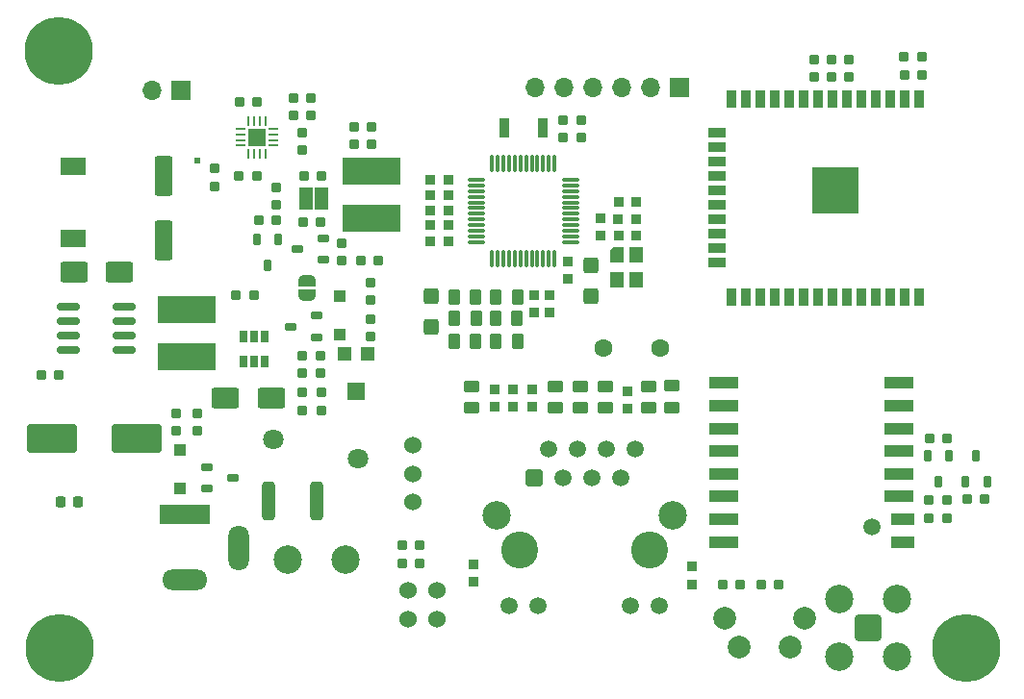
<source format=gbr>
%TF.GenerationSoftware,KiCad,Pcbnew,8.0.6*%
%TF.CreationDate,2025-05-12T11:17:16+07:00*%
%TF.ProjectId,DATN,4441544e-2e6b-4696-9361-645f70636258,rev?*%
%TF.SameCoordinates,Original*%
%TF.FileFunction,Soldermask,Top*%
%TF.FilePolarity,Negative*%
%FSLAX46Y46*%
G04 Gerber Fmt 4.6, Leading zero omitted, Abs format (unit mm)*
G04 Created by KiCad (PCBNEW 8.0.6) date 2025-05-12 11:17:16*
%MOMM*%
%LPD*%
G01*
G04 APERTURE LIST*
G04 Aperture macros list*
%AMRoundRect*
0 Rectangle with rounded corners*
0 $1 Rounding radius*
0 $2 $3 $4 $5 $6 $7 $8 $9 X,Y pos of 4 corners*
0 Add a 4 corners polygon primitive as box body*
4,1,4,$2,$3,$4,$5,$6,$7,$8,$9,$2,$3,0*
0 Add four circle primitives for the rounded corners*
1,1,$1+$1,$2,$3*
1,1,$1+$1,$4,$5*
1,1,$1+$1,$6,$7*
1,1,$1+$1,$8,$9*
0 Add four rect primitives between the rounded corners*
20,1,$1+$1,$2,$3,$4,$5,0*
20,1,$1+$1,$4,$5,$6,$7,0*
20,1,$1+$1,$6,$7,$8,$9,0*
20,1,$1+$1,$8,$9,$2,$3,0*%
%AMFreePoly0*
4,1,18,-0.700000,0.540000,-0.695433,0.562961,-0.682426,0.582426,-0.662961,0.595433,-0.640000,0.600000,0.640000,0.600000,0.662961,0.595433,0.682426,0.582426,0.695433,0.562961,0.700000,0.540000,0.700000,-0.540000,0.695433,-0.562961,0.682426,-0.582426,0.662961,-0.595433,0.640000,-0.600000,-0.400000,-0.600000,-0.700000,-0.300000,-0.700000,0.540000,-0.700000,0.540000,$1*%
%AMFreePoly1*
4,1,19,0.500000,-0.750000,0.000000,-0.750000,0.000000,-0.744911,-0.071157,-0.744911,-0.207708,-0.704816,-0.327430,-0.627875,-0.420627,-0.520320,-0.479746,-0.390866,-0.500000,-0.250000,-0.500000,0.250000,-0.479746,0.390866,-0.420627,0.520320,-0.327430,0.627875,-0.207708,0.704816,-0.071157,0.744911,0.000000,0.744911,0.000000,0.750000,0.500000,0.750000,0.500000,-0.750000,0.500000,-0.750000,
$1*%
%AMFreePoly2*
4,1,19,0.000000,0.744911,0.071157,0.744911,0.207708,0.704816,0.327430,0.627875,0.420627,0.520320,0.479746,0.390866,0.500000,0.250000,0.500000,-0.250000,0.479746,-0.390866,0.420627,-0.520320,0.327430,-0.627875,0.207708,-0.704816,0.071157,-0.744911,0.000000,-0.744911,0.000000,-0.750000,-0.500000,-0.750000,-0.500000,0.750000,0.000000,0.750000,0.000000,0.744911,0.000000,0.744911,
$1*%
G04 Aperture macros list end*
%ADD10R,1.200000X1.200000*%
%ADD11R,1.600000X1.500000*%
%ADD12RoundRect,0.150000X-0.350000X-0.525000X0.350000X-0.525000X0.350000X0.525000X-0.350000X0.525000X0*%
%ADD13RoundRect,0.127500X0.297500X0.322500X-0.297500X0.322500X-0.297500X-0.322500X0.297500X-0.322500X0*%
%ADD14RoundRect,0.127500X-0.322500X0.297500X-0.322500X-0.297500X0.322500X-0.297500X0.322500X0.297500X0*%
%ADD15RoundRect,0.090000X-0.410000X-0.210000X0.410000X-0.210000X0.410000X0.210000X-0.410000X0.210000X0*%
%ADD16RoundRect,0.150000X0.525000X-0.350000X0.525000X0.350000X-0.525000X0.350000X-0.525000X-0.350000X0*%
%ADD17RoundRect,0.127500X-0.297500X-0.322500X0.297500X-0.322500X0.297500X0.322500X-0.297500X0.322500X0*%
%ADD18RoundRect,0.085000X0.365000X-0.340000X0.365000X0.340000X-0.365000X0.340000X-0.365000X-0.340000X0*%
%ADD19RoundRect,0.085000X-0.340000X-0.365000X0.340000X-0.365000X0.340000X0.365000X-0.340000X0.365000X0*%
%ADD20RoundRect,0.127500X0.322500X-0.297500X0.322500X0.297500X-0.322500X0.297500X-0.322500X-0.297500X0*%
%ADD21RoundRect,0.062500X-0.062500X0.375000X-0.062500X-0.375000X0.062500X-0.375000X0.062500X0.375000X0*%
%ADD22RoundRect,0.062500X-0.375000X0.062500X-0.375000X-0.062500X0.375000X-0.062500X0.375000X0.062500X0*%
%ADD23R,1.600000X1.600000*%
%ADD24RoundRect,0.150000X0.350000X0.525000X-0.350000X0.525000X-0.350000X-0.525000X0.350000X-0.525000X0*%
%ADD25R,0.650000X1.060000*%
%ADD26C,6.000000*%
%ADD27C,1.524000*%
%ADD28RoundRect,0.218750X0.218750X0.256250X-0.218750X0.256250X-0.218750X-0.256250X0.218750X-0.256250X0*%
%ADD29R,1.700000X1.700000*%
%ADD30O,1.700000X1.700000*%
%ADD31R,2.000000X1.100000*%
%ADD32R,2.600000X1.100000*%
%ADD33C,1.500000*%
%ADD34R,4.400000X1.800000*%
%ADD35O,4.000000X1.800000*%
%ADD36O,1.800000X4.000000*%
%ADD37RoundRect,0.085000X0.340000X0.365000X-0.340000X0.365000X-0.340000X-0.365000X0.340000X-0.365000X0*%
%ADD38RoundRect,0.085000X-0.365000X0.340000X-0.365000X-0.340000X0.365000X-0.340000X0.365000X0.340000X0*%
%ADD39FreePoly0,270.000000*%
%ADD40RoundRect,0.060000X-0.540000X0.640000X-0.540000X-0.640000X0.540000X-0.640000X0.540000X0.640000X0*%
%ADD41RoundRect,0.200100X0.949900X0.949900X-0.949900X0.949900X-0.949900X-0.949900X0.949900X-0.949900X0*%
%ADD42C,2.500000*%
%ADD43R,0.900000X1.700000*%
%ADD44RoundRect,0.275000X0.275000X-0.275000X0.275000X0.275000X-0.275000X0.275000X-0.275000X-0.275000X0*%
%ADD45RoundRect,0.090000X0.410000X0.210000X-0.410000X0.210000X-0.410000X-0.210000X0.410000X-0.210000X0*%
%ADD46RoundRect,0.250000X-0.425000X0.450000X-0.425000X-0.450000X0.425000X-0.450000X0.425000X0.450000X0*%
%ADD47R,2.200000X1.500000*%
%ADD48RoundRect,0.180000X-1.020000X-0.720000X1.020000X-0.720000X1.020000X0.720000X-1.020000X0.720000X0*%
%ADD49C,1.800000*%
%ADD50R,5.100000X2.350000*%
%ADD51C,1.600000*%
%ADD52RoundRect,0.150000X-0.825000X-0.150000X0.825000X-0.150000X0.825000X0.150000X-0.825000X0.150000X0*%
%ADD53RoundRect,0.250000X-0.550000X1.500000X-0.550000X-1.500000X0.550000X-1.500000X0.550000X1.500000X0*%
%ADD54C,0.602078*%
%ADD55R,0.900000X1.500000*%
%ADD56R,1.500000X0.900000*%
%ADD57C,0.600000*%
%ADD58R,4.100000X4.100000*%
%ADD59RoundRect,0.150000X-0.525000X0.350000X-0.525000X-0.350000X0.525000X-0.350000X0.525000X0.350000X0*%
%ADD60RoundRect,0.250000X-1.950000X-1.000000X1.950000X-1.000000X1.950000X1.000000X-1.950000X1.000000X0*%
%ADD61C,2.000000*%
%ADD62RoundRect,0.090000X-0.210000X0.410000X-0.210000X-0.410000X0.210000X-0.410000X0.210000X0.410000X0*%
%ADD63RoundRect,0.250000X-0.312500X-1.450000X0.312500X-1.450000X0.312500X1.450000X-0.312500X1.450000X0*%
%ADD64RoundRect,0.250000X0.450000X-0.262500X0.450000X0.262500X-0.450000X0.262500X-0.450000X-0.262500X0*%
%ADD65RoundRect,0.075000X-0.662500X-0.075000X0.662500X-0.075000X0.662500X0.075000X-0.662500X0.075000X0*%
%ADD66RoundRect,0.075000X-0.075000X-0.662500X0.075000X-0.662500X0.075000X0.662500X-0.075000X0.662500X0*%
%ADD67C,3.250000*%
%ADD68RoundRect,0.250500X-0.499500X-0.499500X0.499500X-0.499500X0.499500X0.499500X-0.499500X0.499500X0*%
%ADD69FreePoly1,90.000000*%
%ADD70FreePoly2,90.000000*%
%ADD71RoundRect,0.090000X0.210000X-0.410000X0.210000X0.410000X-0.210000X0.410000X-0.210000X-0.410000X0*%
%ADD72RoundRect,0.014220X-0.517780X-0.222780X0.517780X-0.222780X0.517780X0.222780X-0.517780X0.222780X0*%
%ADD73RoundRect,0.180000X1.020000X0.720000X-1.020000X0.720000X-1.020000X-0.720000X1.020000X-0.720000X0*%
G04 APERTURE END LIST*
D10*
%TO.C,RV2*%
X102312500Y-89570000D03*
D11*
X101312500Y-92820000D03*
D10*
X100312500Y-89570000D03*
%TD*%
D12*
%TO.C,C46*%
X109970000Y-84500000D03*
X111870000Y-84500000D03*
%TD*%
D13*
%TO.C,R16*%
X96625000Y-89700000D03*
X98175000Y-89700000D03*
%TD*%
D14*
%TO.C,R1*%
X102562500Y-88000000D03*
X102562500Y-86450000D03*
%TD*%
D15*
%TO.C,Q2*%
X88200000Y-99495000D03*
X88200000Y-101395000D03*
X90475000Y-100445000D03*
%TD*%
D16*
%TO.C,R51*%
X118875000Y-94275000D03*
X118875000Y-92375000D03*
%TD*%
D17*
%TO.C,R4*%
X98237500Y-77900000D03*
X96687500Y-77900000D03*
%TD*%
D18*
%TO.C,C41*%
X117000000Y-85925000D03*
X117000000Y-84375000D03*
%TD*%
D13*
%TO.C,C8*%
X91050000Y-67325000D03*
X92600000Y-67325000D03*
%TD*%
D19*
%TO.C,R45*%
X107887500Y-75525000D03*
X109437500Y-75525000D03*
%TD*%
D20*
%TO.C,R10*%
X141645000Y-63635000D03*
X141645000Y-65185000D03*
%TD*%
D13*
%TO.C,C10*%
X101125000Y-69590000D03*
X102675000Y-69590000D03*
%TD*%
D21*
%TO.C,U2*%
X93337500Y-69012500D03*
X92837500Y-69012500D03*
X92337500Y-69012500D03*
X91837500Y-69012500D03*
D22*
X91150000Y-69700000D03*
X91150000Y-70200000D03*
X91150000Y-70700000D03*
X91150000Y-71200000D03*
D21*
X91837500Y-71887500D03*
X92337500Y-71887500D03*
X92837500Y-71887500D03*
X93337500Y-71887500D03*
D22*
X94025000Y-71200000D03*
X94025000Y-70700000D03*
X94025000Y-70200000D03*
X94025000Y-69700000D03*
D23*
X92587500Y-70450000D03*
%TD*%
D12*
%TO.C,C48*%
X109970000Y-88400000D03*
X111870000Y-88400000D03*
%TD*%
D13*
%TO.C,R8*%
X92750000Y-77800000D03*
X94300000Y-77800000D03*
%TD*%
D24*
%TO.C,C49*%
X115520000Y-88400000D03*
X113620000Y-88400000D03*
%TD*%
D25*
%TO.C,U3*%
X91387500Y-90245000D03*
X92337500Y-90245000D03*
X93287500Y-90245000D03*
X93287500Y-88045000D03*
X92337500Y-88045000D03*
X91387500Y-88045000D03*
%TD*%
D26*
%TO.C,*%
X75230000Y-115460000D03*
%TD*%
D27*
%TO.C,D1*%
X105900000Y-112900000D03*
X108440000Y-112900000D03*
X105900000Y-110360000D03*
X108440000Y-110360000D03*
%TD*%
D17*
%TO.C,R17*%
X121120000Y-70480000D03*
X119570000Y-70480000D03*
%TD*%
D28*
%TO.C,L1*%
X76875000Y-102575000D03*
X75300000Y-102575000D03*
%TD*%
D29*
%TO.C,BT1*%
X85887500Y-66300000D03*
D30*
X83347500Y-66300000D03*
%TD*%
D31*
%TO.C,U7*%
X149400000Y-106100000D03*
X149400000Y-104100000D03*
D32*
X149100000Y-102100000D03*
X149100000Y-100100000D03*
X149100000Y-98100000D03*
X149100000Y-96100000D03*
X149100000Y-94100000D03*
X149100000Y-92100000D03*
X133700000Y-92100000D03*
X133700000Y-94100000D03*
X133700000Y-96100000D03*
X133700000Y-98100000D03*
X133700000Y-100100000D03*
X133700000Y-102100000D03*
X133700000Y-104100000D03*
X133700000Y-106100000D03*
D33*
X146700000Y-104800000D03*
%TD*%
D34*
%TO.C,J1*%
X86237500Y-103650000D03*
D35*
X86237500Y-109450000D03*
D36*
X91037500Y-106650000D03*
%TD*%
D37*
%TO.C,R56*%
X109437500Y-79600000D03*
X107887500Y-79600000D03*
%TD*%
D38*
%TO.C,C39*%
X125225000Y-92800000D03*
X125225000Y-94350000D03*
%TD*%
D39*
%TO.C,Y1*%
X124287500Y-80825000D03*
D40*
X124287500Y-83025000D03*
X125987500Y-83025000D03*
X125987500Y-80825000D03*
%TD*%
D41*
%TO.C,U8*%
X146343020Y-113643020D03*
D42*
X148883020Y-116183020D03*
X148883020Y-111103020D03*
X143803020Y-116183020D03*
X143803020Y-111103020D03*
%TD*%
D13*
%TO.C,R24*%
X151793020Y-96955520D03*
X153343020Y-96955520D03*
%TD*%
D29*
%TO.C,J3*%
X129800000Y-66060000D03*
D30*
X127260000Y-66060000D03*
X124720000Y-66060000D03*
X122180000Y-66060000D03*
X119640000Y-66060000D03*
X117100000Y-66060000D03*
%TD*%
D16*
%TO.C,R54*%
X123250000Y-94300000D03*
X123250000Y-92400000D03*
%TD*%
D43*
%TO.C,SW2*%
X114390000Y-69670000D03*
X117790000Y-69670000D03*
%TD*%
D44*
%TO.C,Z1*%
X99922500Y-84445000D03*
X99922500Y-87845000D03*
%TD*%
D13*
%TO.C,R5*%
X96737500Y-73850000D03*
X98287500Y-73850000D03*
%TD*%
D45*
%TO.C,Q3*%
X98412500Y-81250000D03*
X98412500Y-79350000D03*
X96137500Y-80300000D03*
%TD*%
D20*
%TO.C,C15*%
X96600000Y-70025000D03*
X96600000Y-71575000D03*
%TD*%
D24*
%TO.C,C45*%
X115520000Y-84500000D03*
X113620000Y-84500000D03*
%TD*%
D16*
%TO.C,R55*%
X127060000Y-94270000D03*
X127060000Y-92370000D03*
%TD*%
D46*
%TO.C,C52*%
X107950000Y-84442500D03*
X107950000Y-87142500D03*
%TD*%
D27*
%TO.C,SW1*%
X106300000Y-97600000D03*
X106300000Y-100100000D03*
X106300000Y-102600000D03*
%TD*%
D47*
%TO.C,L4*%
X76412500Y-79400000D03*
X76412500Y-73000000D03*
%TD*%
D20*
%TO.C,C23*%
X151718020Y-102426520D03*
X151718020Y-103976520D03*
%TD*%
D18*
%TO.C,R46*%
X130865000Y-109825000D03*
X130865000Y-108275000D03*
%TD*%
D48*
%TO.C,D3*%
X80537500Y-82320000D03*
X76487500Y-82320000D03*
%TD*%
D18*
%TO.C,R48*%
X113487500Y-94200000D03*
X113487500Y-92650000D03*
%TD*%
D13*
%TO.C,C18*%
X119575000Y-68920000D03*
X121125000Y-68920000D03*
%TD*%
D26*
%TO.C,*%
X75150000Y-62840000D03*
%TD*%
D37*
%TO.C,C30*%
X125962500Y-79075000D03*
X124412500Y-79075000D03*
%TD*%
D49*
%TO.C,RV1*%
X94012500Y-97095000D03*
X101512500Y-98728330D03*
%TD*%
D17*
%TO.C,C7*%
X75200000Y-91400000D03*
X73650000Y-91400000D03*
%TD*%
D38*
%TO.C,R36*%
X122812500Y-77600000D03*
X122812500Y-79150000D03*
%TD*%
D13*
%TO.C,R18*%
X133593020Y-109818020D03*
X135143020Y-109818020D03*
%TD*%
D50*
%TO.C,L3*%
X102660000Y-77595000D03*
X102660000Y-73445000D03*
%TD*%
D37*
%TO.C,R38*%
X109437500Y-74200000D03*
X107887500Y-74200000D03*
%TD*%
D51*
%TO.C,C33*%
X123100000Y-89000000D03*
X128100000Y-89000000D03*
%TD*%
D19*
%TO.C,R37*%
X124387500Y-77650000D03*
X125937500Y-77650000D03*
%TD*%
D14*
%TO.C,C12*%
X98300000Y-94500000D03*
X98300000Y-92950000D03*
%TD*%
D18*
%TO.C,R50*%
X115137500Y-94200000D03*
X115137500Y-92650000D03*
%TD*%
D13*
%TO.C,C19*%
X136968020Y-109893020D03*
X138518020Y-109893020D03*
%TD*%
D44*
%TO.C,Z2*%
X85872500Y-97965000D03*
X85872500Y-101365000D03*
%TD*%
D52*
%TO.C,U4*%
X76012500Y-85345000D03*
X76012500Y-86615000D03*
X76012500Y-87885000D03*
X76012500Y-89155000D03*
X80962500Y-89155000D03*
X80962500Y-87885000D03*
X80962500Y-86615000D03*
X80962500Y-85345000D03*
%TD*%
D18*
%TO.C,R47*%
X111680000Y-109625000D03*
X111680000Y-108075000D03*
%TD*%
D53*
%TO.C,C14*%
X84387500Y-73900000D03*
X84387500Y-79500000D03*
%TD*%
D13*
%TO.C,C17*%
X149552400Y-64960000D03*
X151102400Y-64960000D03*
%TD*%
%TO.C,R23*%
X155093020Y-102355520D03*
X156643020Y-102355520D03*
%TD*%
D14*
%TO.C,C1*%
X94280000Y-76395000D03*
X94280000Y-74845000D03*
%TD*%
D13*
%TO.C,R12*%
X95825000Y-67000000D03*
X97375000Y-67000000D03*
%TD*%
D54*
%TO.C,TP1*%
X87390000Y-72545000D03*
%TD*%
D14*
%TO.C,R13*%
X105425000Y-107950000D03*
X105425000Y-106400000D03*
%TD*%
D24*
%TO.C,C50*%
X115510000Y-86440000D03*
X113610000Y-86440000D03*
%TD*%
D17*
%TO.C,C6*%
X144670000Y-65180000D03*
X143120000Y-65180000D03*
%TD*%
D46*
%TO.C,C51*%
X122012500Y-81775000D03*
X122012500Y-84475000D03*
%TD*%
D12*
%TO.C,C47*%
X109990000Y-86440000D03*
X111890000Y-86440000D03*
%TD*%
D45*
%TO.C,Q1*%
X97887500Y-88075000D03*
X97887500Y-86175000D03*
X95612500Y-87125000D03*
%TD*%
D26*
%TO.C,*%
X154970000Y-115430000D03*
%TD*%
D55*
%TO.C,U5*%
X150830000Y-67060000D03*
X149560000Y-67060000D03*
X148290000Y-67060000D03*
X147020000Y-67060000D03*
X145750000Y-67060000D03*
X144480000Y-67060000D03*
X143210000Y-67060000D03*
X141940000Y-67060000D03*
X140670000Y-67060000D03*
X139400000Y-67060000D03*
X138130000Y-67060000D03*
X136860000Y-67060000D03*
X135590000Y-67060000D03*
X134320000Y-67060000D03*
D56*
X133070000Y-70090000D03*
X133070000Y-71360000D03*
X133070000Y-72630000D03*
X133070000Y-73900000D03*
X133070000Y-75170000D03*
X133070000Y-76440000D03*
X133070000Y-77710000D03*
X133070000Y-78980000D03*
X133070000Y-80250000D03*
X133070000Y-81520000D03*
D55*
X134320000Y-84560000D03*
X135590000Y-84560000D03*
X136860000Y-84560000D03*
X138130000Y-84560000D03*
X139400000Y-84560000D03*
X140670000Y-84560000D03*
X141940000Y-84560000D03*
X143210000Y-84560000D03*
X144480000Y-84560000D03*
X145750000Y-84560000D03*
X147020000Y-84560000D03*
X148290000Y-84560000D03*
X149560000Y-84560000D03*
X150830000Y-84560000D03*
D57*
X145070000Y-73560000D03*
X144070000Y-73560000D03*
X143070000Y-73560000D03*
X142070000Y-73560000D03*
X145070000Y-74560000D03*
X144070000Y-74560000D03*
X143070000Y-74560000D03*
X142070000Y-74560000D03*
D58*
X143490000Y-75130000D03*
D57*
X145070000Y-75560000D03*
X144070000Y-75560000D03*
X143070000Y-75560000D03*
X142070000Y-75560000D03*
X145070000Y-76560000D03*
X144070000Y-76560000D03*
X143070000Y-76560000D03*
X142070000Y-76560000D03*
%TD*%
D59*
%TO.C,C38*%
X129130000Y-92350000D03*
X129130000Y-94250000D03*
%TD*%
D60*
%TO.C,C5*%
X74612500Y-97020000D03*
X82012500Y-97020000D03*
%TD*%
D61*
%TO.C,SW3*%
X139518020Y-115318020D03*
X135018020Y-115318020D03*
X140768020Y-112818020D03*
X133768020Y-112818020D03*
%TD*%
D62*
%TO.C,Q6*%
X153493020Y-98518020D03*
X151593020Y-98518020D03*
X152543020Y-100793020D03*
%TD*%
D14*
%TO.C,R14*%
X106925000Y-107950000D03*
X106925000Y-106400000D03*
%TD*%
D63*
%TO.C,F1*%
X93600000Y-102475000D03*
X97875000Y-102475000D03*
%TD*%
D38*
%TO.C,C31*%
X119960000Y-81385000D03*
X119960000Y-82935000D03*
%TD*%
D13*
%TO.C,C13*%
X101125000Y-71090000D03*
X102675000Y-71090000D03*
%TD*%
D64*
%TO.C,FB1*%
X111487500Y-94262500D03*
X111487500Y-92437500D03*
%TD*%
D19*
%TO.C,C29*%
X124412500Y-76175000D03*
X125962500Y-76175000D03*
%TD*%
D18*
%TO.C,C34*%
X116787500Y-94225000D03*
X116787500Y-92675000D03*
%TD*%
D14*
%TO.C,R7*%
X100070000Y-81325000D03*
X100070000Y-79775000D03*
%TD*%
D17*
%TO.C,R6*%
X103305000Y-81320000D03*
X101755000Y-81320000D03*
%TD*%
D14*
%TO.C,C3*%
X88862500Y-74780000D03*
X88862500Y-73230000D03*
%TD*%
D65*
%TO.C,U12*%
X111875000Y-74200000D03*
X111875000Y-74700000D03*
X111875000Y-75200000D03*
X111875000Y-75700000D03*
X111875000Y-76200000D03*
X111875000Y-76700000D03*
X111875000Y-77200000D03*
X111875000Y-77700000D03*
X111875000Y-78200000D03*
X111875000Y-78700000D03*
X111875000Y-79200000D03*
X111875000Y-79700000D03*
D66*
X113287500Y-81112500D03*
X113787500Y-81112500D03*
X114287500Y-81112500D03*
X114787500Y-81112500D03*
X115287500Y-81112500D03*
X115787500Y-81112500D03*
X116287500Y-81112500D03*
X116787500Y-81112500D03*
X117287500Y-81112500D03*
X117787500Y-81112500D03*
X118287500Y-81112500D03*
X118787500Y-81112500D03*
D65*
X120200000Y-79700000D03*
X120200000Y-79200000D03*
X120200000Y-78700000D03*
X120200000Y-78200000D03*
X120200000Y-77700000D03*
X120200000Y-77200000D03*
X120200000Y-76700000D03*
X120200000Y-76200000D03*
X120200000Y-75700000D03*
X120200000Y-75200000D03*
X120200000Y-74700000D03*
X120200000Y-74200000D03*
D66*
X118787500Y-72787500D03*
X118287500Y-72787500D03*
X117787500Y-72787500D03*
X117287500Y-72787500D03*
X116787500Y-72787500D03*
X116287500Y-72787500D03*
X115787500Y-72787500D03*
X115287500Y-72787500D03*
X114787500Y-72787500D03*
X114287500Y-72787500D03*
X113787500Y-72787500D03*
X113287500Y-72787500D03*
%TD*%
D59*
%TO.C,C35*%
X121025000Y-92400000D03*
X121025000Y-94300000D03*
%TD*%
D19*
%TO.C,R53*%
X107887500Y-76875000D03*
X109437500Y-76875000D03*
%TD*%
D18*
%TO.C,C40*%
X118340000Y-85925000D03*
X118340000Y-84375000D03*
%TD*%
D20*
%TO.C,C21*%
X153343020Y-102430520D03*
X153343020Y-103980520D03*
%TD*%
D14*
%TO.C,R3*%
X87387500Y-96295000D03*
X87387500Y-94745000D03*
%TD*%
%TO.C,C2*%
X85537500Y-96320000D03*
X85537500Y-94770000D03*
%TD*%
D67*
%TO.C,J6*%
X115700000Y-106800000D03*
X127130000Y-106800000D03*
D68*
X116975000Y-100440000D03*
D33*
X118235000Y-97900000D03*
X119515000Y-100440000D03*
X120775000Y-97900000D03*
X122055000Y-100440000D03*
X123315000Y-97900000D03*
X124595000Y-100440000D03*
X125855000Y-97900000D03*
X114790000Y-111700000D03*
X117330000Y-111700000D03*
X125500000Y-111700000D03*
X128040000Y-111700000D03*
D42*
X113670000Y-103750000D03*
X129160000Y-103750000D03*
%TD*%
D13*
%TO.C,R9*%
X95825000Y-68525000D03*
X97375000Y-68525000D03*
%TD*%
%TO.C,C4*%
X90765000Y-84380000D03*
X92315000Y-84380000D03*
%TD*%
%TO.C,C11*%
X91025000Y-73900000D03*
X92575000Y-73900000D03*
%TD*%
D69*
%TO.C,JP1*%
X97012500Y-84400000D03*
D70*
X97012500Y-83100000D03*
%TD*%
D37*
%TO.C,R52*%
X109437500Y-78225000D03*
X107887500Y-78225000D03*
%TD*%
D50*
%TO.C,L2*%
X86412500Y-85595000D03*
X86412500Y-89745000D03*
%TD*%
D13*
%TO.C,R11*%
X143124200Y-63650000D03*
X144674200Y-63650000D03*
%TD*%
%TO.C,C16*%
X149540000Y-63410000D03*
X151090000Y-63410000D03*
%TD*%
D14*
%TO.C,R2*%
X102587500Y-84800000D03*
X102587500Y-83250000D03*
%TD*%
D71*
%TO.C,Q5*%
X154943020Y-100780520D03*
X156843020Y-100780520D03*
X155893020Y-98505520D03*
%TD*%
D17*
%TO.C,R15*%
X98175000Y-91200000D03*
X96625000Y-91200000D03*
%TD*%
D72*
%TO.C,U1*%
X96887500Y-75100000D03*
X96887500Y-75600000D03*
X96887500Y-76100000D03*
X96887500Y-76600000D03*
X98257500Y-76600000D03*
X98257500Y-76100000D03*
X98257500Y-75600000D03*
X98257500Y-75100000D03*
%TD*%
D62*
%TO.C,Q4*%
X94487500Y-79462500D03*
X92587500Y-79462500D03*
X93537500Y-81737500D03*
%TD*%
D14*
%TO.C,C9*%
X96600000Y-94500000D03*
X96600000Y-92950000D03*
%TD*%
D73*
%TO.C,D2*%
X89825000Y-93420000D03*
X93875000Y-93420000D03*
%TD*%
D42*
%TO.C,J2*%
X95292500Y-107635000D03*
X100372500Y-107635000D03*
%TD*%
M02*

</source>
